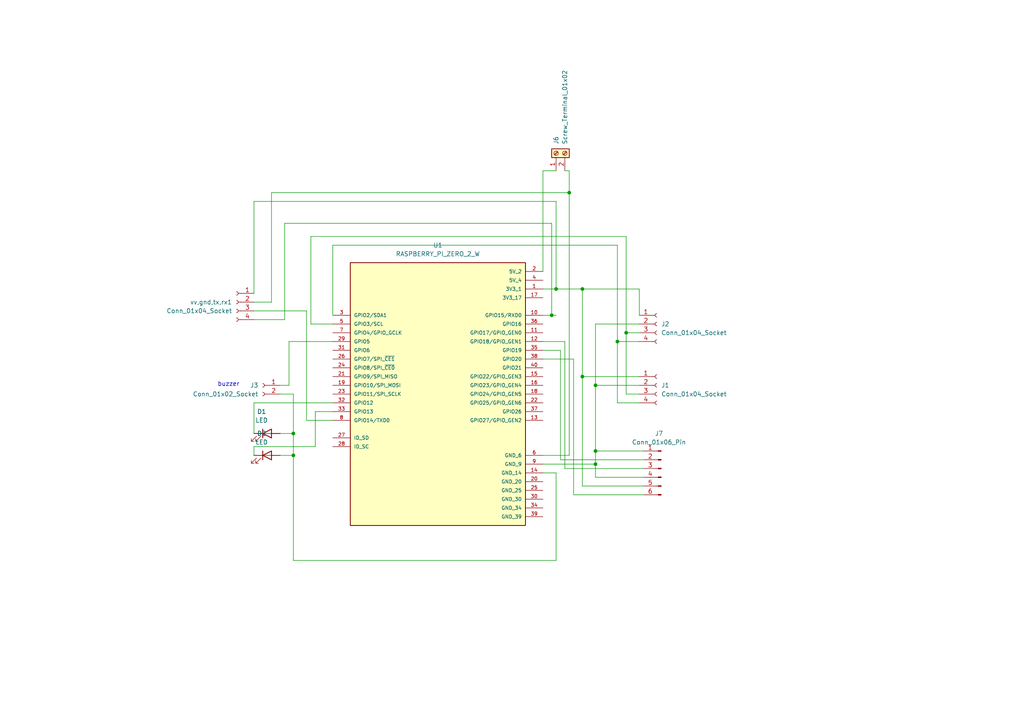
<source format=kicad_sch>
(kicad_sch
	(version 20250114)
	(generator "eeschema")
	(generator_version "9.0")
	(uuid "70a0ea25-c4c7-4ca3-a899-6625b607c0f3")
	(paper "A4")
	(lib_symbols
		(symbol "Connector:Conn_01x02_Socket"
			(pin_names
				(offset 1.016)
				(hide yes)
			)
			(exclude_from_sim no)
			(in_bom yes)
			(on_board yes)
			(property "Reference" "J"
				(at 0 2.54 0)
				(effects
					(font
						(size 1.27 1.27)
					)
				)
			)
			(property "Value" "Conn_01x02_Socket"
				(at 0 -5.08 0)
				(effects
					(font
						(size 1.27 1.27)
					)
				)
			)
			(property "Footprint" ""
				(at 0 0 0)
				(effects
					(font
						(size 1.27 1.27)
					)
					(hide yes)
				)
			)
			(property "Datasheet" "~"
				(at 0 0 0)
				(effects
					(font
						(size 1.27 1.27)
					)
					(hide yes)
				)
			)
			(property "Description" "Generic connector, single row, 01x02, script generated"
				(at 0 0 0)
				(effects
					(font
						(size 1.27 1.27)
					)
					(hide yes)
				)
			)
			(property "ki_locked" ""
				(at 0 0 0)
				(effects
					(font
						(size 1.27 1.27)
					)
				)
			)
			(property "ki_keywords" "connector"
				(at 0 0 0)
				(effects
					(font
						(size 1.27 1.27)
					)
					(hide yes)
				)
			)
			(property "ki_fp_filters" "Connector*:*_1x??_*"
				(at 0 0 0)
				(effects
					(font
						(size 1.27 1.27)
					)
					(hide yes)
				)
			)
			(symbol "Conn_01x02_Socket_1_1"
				(polyline
					(pts
						(xy -1.27 0) (xy -0.508 0)
					)
					(stroke
						(width 0.1524)
						(type default)
					)
					(fill
						(type none)
					)
				)
				(polyline
					(pts
						(xy -1.27 -2.54) (xy -0.508 -2.54)
					)
					(stroke
						(width 0.1524)
						(type default)
					)
					(fill
						(type none)
					)
				)
				(arc
					(start 0 -0.508)
					(mid -0.5058 0)
					(end 0 0.508)
					(stroke
						(width 0.1524)
						(type default)
					)
					(fill
						(type none)
					)
				)
				(arc
					(start 0 -3.048)
					(mid -0.5058 -2.54)
					(end 0 -2.032)
					(stroke
						(width 0.1524)
						(type default)
					)
					(fill
						(type none)
					)
				)
				(pin passive line
					(at -5.08 0 0)
					(length 3.81)
					(name "Pin_1"
						(effects
							(font
								(size 1.27 1.27)
							)
						)
					)
					(number "1"
						(effects
							(font
								(size 1.27 1.27)
							)
						)
					)
				)
				(pin passive line
					(at -5.08 -2.54 0)
					(length 3.81)
					(name "Pin_2"
						(effects
							(font
								(size 1.27 1.27)
							)
						)
					)
					(number "2"
						(effects
							(font
								(size 1.27 1.27)
							)
						)
					)
				)
			)
			(embedded_fonts no)
		)
		(symbol "Connector:Conn_01x04_Socket"
			(pin_names
				(offset 1.016)
				(hide yes)
			)
			(exclude_from_sim no)
			(in_bom yes)
			(on_board yes)
			(property "Reference" "J"
				(at 0 5.08 0)
				(effects
					(font
						(size 1.27 1.27)
					)
				)
			)
			(property "Value" "Conn_01x04_Socket"
				(at 0 -7.62 0)
				(effects
					(font
						(size 1.27 1.27)
					)
				)
			)
			(property "Footprint" ""
				(at 0 0 0)
				(effects
					(font
						(size 1.27 1.27)
					)
					(hide yes)
				)
			)
			(property "Datasheet" "~"
				(at 0 0 0)
				(effects
					(font
						(size 1.27 1.27)
					)
					(hide yes)
				)
			)
			(property "Description" "Generic connector, single row, 01x04, script generated"
				(at 0 0 0)
				(effects
					(font
						(size 1.27 1.27)
					)
					(hide yes)
				)
			)
			(property "ki_locked" ""
				(at 0 0 0)
				(effects
					(font
						(size 1.27 1.27)
					)
				)
			)
			(property "ki_keywords" "connector"
				(at 0 0 0)
				(effects
					(font
						(size 1.27 1.27)
					)
					(hide yes)
				)
			)
			(property "ki_fp_filters" "Connector*:*_1x??_*"
				(at 0 0 0)
				(effects
					(font
						(size 1.27 1.27)
					)
					(hide yes)
				)
			)
			(symbol "Conn_01x04_Socket_1_1"
				(polyline
					(pts
						(xy -1.27 2.54) (xy -0.508 2.54)
					)
					(stroke
						(width 0.1524)
						(type default)
					)
					(fill
						(type none)
					)
				)
				(polyline
					(pts
						(xy -1.27 0) (xy -0.508 0)
					)
					(stroke
						(width 0.1524)
						(type default)
					)
					(fill
						(type none)
					)
				)
				(polyline
					(pts
						(xy -1.27 -2.54) (xy -0.508 -2.54)
					)
					(stroke
						(width 0.1524)
						(type default)
					)
					(fill
						(type none)
					)
				)
				(polyline
					(pts
						(xy -1.27 -5.08) (xy -0.508 -5.08)
					)
					(stroke
						(width 0.1524)
						(type default)
					)
					(fill
						(type none)
					)
				)
				(arc
					(start 0 2.032)
					(mid -0.5058 2.54)
					(end 0 3.048)
					(stroke
						(width 0.1524)
						(type default)
					)
					(fill
						(type none)
					)
				)
				(arc
					(start 0 -0.508)
					(mid -0.5058 0)
					(end 0 0.508)
					(stroke
						(width 0.1524)
						(type default)
					)
					(fill
						(type none)
					)
				)
				(arc
					(start 0 -3.048)
					(mid -0.5058 -2.54)
					(end 0 -2.032)
					(stroke
						(width 0.1524)
						(type default)
					)
					(fill
						(type none)
					)
				)
				(arc
					(start 0 -5.588)
					(mid -0.5058 -5.08)
					(end 0 -4.572)
					(stroke
						(width 0.1524)
						(type default)
					)
					(fill
						(type none)
					)
				)
				(pin passive line
					(at -5.08 2.54 0)
					(length 3.81)
					(name "Pin_1"
						(effects
							(font
								(size 1.27 1.27)
							)
						)
					)
					(number "1"
						(effects
							(font
								(size 1.27 1.27)
							)
						)
					)
				)
				(pin passive line
					(at -5.08 0 0)
					(length 3.81)
					(name "Pin_2"
						(effects
							(font
								(size 1.27 1.27)
							)
						)
					)
					(number "2"
						(effects
							(font
								(size 1.27 1.27)
							)
						)
					)
				)
				(pin passive line
					(at -5.08 -2.54 0)
					(length 3.81)
					(name "Pin_3"
						(effects
							(font
								(size 1.27 1.27)
							)
						)
					)
					(number "3"
						(effects
							(font
								(size 1.27 1.27)
							)
						)
					)
				)
				(pin passive line
					(at -5.08 -5.08 0)
					(length 3.81)
					(name "Pin_4"
						(effects
							(font
								(size 1.27 1.27)
							)
						)
					)
					(number "4"
						(effects
							(font
								(size 1.27 1.27)
							)
						)
					)
				)
			)
			(embedded_fonts no)
		)
		(symbol "Connector:Conn_01x06_Pin"
			(pin_names
				(offset 1.016)
				(hide yes)
			)
			(exclude_from_sim no)
			(in_bom yes)
			(on_board yes)
			(property "Reference" "J"
				(at 0 7.62 0)
				(effects
					(font
						(size 1.27 1.27)
					)
				)
			)
			(property "Value" "Conn_01x06_Pin"
				(at 0 -10.16 0)
				(effects
					(font
						(size 1.27 1.27)
					)
				)
			)
			(property "Footprint" ""
				(at 0 0 0)
				(effects
					(font
						(size 1.27 1.27)
					)
					(hide yes)
				)
			)
			(property "Datasheet" "~"
				(at 0 0 0)
				(effects
					(font
						(size 1.27 1.27)
					)
					(hide yes)
				)
			)
			(property "Description" "Generic connector, single row, 01x06, script generated"
				(at 0 0 0)
				(effects
					(font
						(size 1.27 1.27)
					)
					(hide yes)
				)
			)
			(property "ki_locked" ""
				(at 0 0 0)
				(effects
					(font
						(size 1.27 1.27)
					)
				)
			)
			(property "ki_keywords" "connector"
				(at 0 0 0)
				(effects
					(font
						(size 1.27 1.27)
					)
					(hide yes)
				)
			)
			(property "ki_fp_filters" "Connector*:*_1x??_*"
				(at 0 0 0)
				(effects
					(font
						(size 1.27 1.27)
					)
					(hide yes)
				)
			)
			(symbol "Conn_01x06_Pin_1_1"
				(rectangle
					(start 0.8636 5.207)
					(end 0 4.953)
					(stroke
						(width 0.1524)
						(type default)
					)
					(fill
						(type outline)
					)
				)
				(rectangle
					(start 0.8636 2.667)
					(end 0 2.413)
					(stroke
						(width 0.1524)
						(type default)
					)
					(fill
						(type outline)
					)
				)
				(rectangle
					(start 0.8636 0.127)
					(end 0 -0.127)
					(stroke
						(width 0.1524)
						(type default)
					)
					(fill
						(type outline)
					)
				)
				(rectangle
					(start 0.8636 -2.413)
					(end 0 -2.667)
					(stroke
						(width 0.1524)
						(type default)
					)
					(fill
						(type outline)
					)
				)
				(rectangle
					(start 0.8636 -4.953)
					(end 0 -5.207)
					(stroke
						(width 0.1524)
						(type default)
					)
					(fill
						(type outline)
					)
				)
				(rectangle
					(start 0.8636 -7.493)
					(end 0 -7.747)
					(stroke
						(width 0.1524)
						(type default)
					)
					(fill
						(type outline)
					)
				)
				(polyline
					(pts
						(xy 1.27 5.08) (xy 0.8636 5.08)
					)
					(stroke
						(width 0.1524)
						(type default)
					)
					(fill
						(type none)
					)
				)
				(polyline
					(pts
						(xy 1.27 2.54) (xy 0.8636 2.54)
					)
					(stroke
						(width 0.1524)
						(type default)
					)
					(fill
						(type none)
					)
				)
				(polyline
					(pts
						(xy 1.27 0) (xy 0.8636 0)
					)
					(stroke
						(width 0.1524)
						(type default)
					)
					(fill
						(type none)
					)
				)
				(polyline
					(pts
						(xy 1.27 -2.54) (xy 0.8636 -2.54)
					)
					(stroke
						(width 0.1524)
						(type default)
					)
					(fill
						(type none)
					)
				)
				(polyline
					(pts
						(xy 1.27 -5.08) (xy 0.8636 -5.08)
					)
					(stroke
						(width 0.1524)
						(type default)
					)
					(fill
						(type none)
					)
				)
				(polyline
					(pts
						(xy 1.27 -7.62) (xy 0.8636 -7.62)
					)
					(stroke
						(width 0.1524)
						(type default)
					)
					(fill
						(type none)
					)
				)
				(pin passive line
					(at 5.08 5.08 180)
					(length 3.81)
					(name "Pin_1"
						(effects
							(font
								(size 1.27 1.27)
							)
						)
					)
					(number "1"
						(effects
							(font
								(size 1.27 1.27)
							)
						)
					)
				)
				(pin passive line
					(at 5.08 2.54 180)
					(length 3.81)
					(name "Pin_2"
						(effects
							(font
								(size 1.27 1.27)
							)
						)
					)
					(number "2"
						(effects
							(font
								(size 1.27 1.27)
							)
						)
					)
				)
				(pin passive line
					(at 5.08 0 180)
					(length 3.81)
					(name "Pin_3"
						(effects
							(font
								(size 1.27 1.27)
							)
						)
					)
					(number "3"
						(effects
							(font
								(size 1.27 1.27)
							)
						)
					)
				)
				(pin passive line
					(at 5.08 -2.54 180)
					(length 3.81)
					(name "Pin_4"
						(effects
							(font
								(size 1.27 1.27)
							)
						)
					)
					(number "4"
						(effects
							(font
								(size 1.27 1.27)
							)
						)
					)
				)
				(pin passive line
					(at 5.08 -5.08 180)
					(length 3.81)
					(name "Pin_5"
						(effects
							(font
								(size 1.27 1.27)
							)
						)
					)
					(number "5"
						(effects
							(font
								(size 1.27 1.27)
							)
						)
					)
				)
				(pin passive line
					(at 5.08 -7.62 180)
					(length 3.81)
					(name "Pin_6"
						(effects
							(font
								(size 1.27 1.27)
							)
						)
					)
					(number "6"
						(effects
							(font
								(size 1.27 1.27)
							)
						)
					)
				)
			)
			(embedded_fonts no)
		)
		(symbol "Connector:Screw_Terminal_01x02"
			(pin_names
				(offset 1.016)
				(hide yes)
			)
			(exclude_from_sim no)
			(in_bom yes)
			(on_board yes)
			(property "Reference" "J"
				(at 0 2.54 0)
				(effects
					(font
						(size 1.27 1.27)
					)
				)
			)
			(property "Value" "Screw_Terminal_01x02"
				(at 0 -5.08 0)
				(effects
					(font
						(size 1.27 1.27)
					)
				)
			)
			(property "Footprint" ""
				(at 0 0 0)
				(effects
					(font
						(size 1.27 1.27)
					)
					(hide yes)
				)
			)
			(property "Datasheet" "~"
				(at 0 0 0)
				(effects
					(font
						(size 1.27 1.27)
					)
					(hide yes)
				)
			)
			(property "Description" "Generic screw terminal, single row, 01x02, script generated (kicad-library-utils/schlib/autogen/connector/)"
				(at 0 0 0)
				(effects
					(font
						(size 1.27 1.27)
					)
					(hide yes)
				)
			)
			(property "ki_keywords" "screw terminal"
				(at 0 0 0)
				(effects
					(font
						(size 1.27 1.27)
					)
					(hide yes)
				)
			)
			(property "ki_fp_filters" "TerminalBlock*:*"
				(at 0 0 0)
				(effects
					(font
						(size 1.27 1.27)
					)
					(hide yes)
				)
			)
			(symbol "Screw_Terminal_01x02_1_1"
				(rectangle
					(start -1.27 1.27)
					(end 1.27 -3.81)
					(stroke
						(width 0.254)
						(type default)
					)
					(fill
						(type background)
					)
				)
				(polyline
					(pts
						(xy -0.5334 0.3302) (xy 0.3302 -0.508)
					)
					(stroke
						(width 0.1524)
						(type default)
					)
					(fill
						(type none)
					)
				)
				(polyline
					(pts
						(xy -0.5334 -2.2098) (xy 0.3302 -3.048)
					)
					(stroke
						(width 0.1524)
						(type default)
					)
					(fill
						(type none)
					)
				)
				(polyline
					(pts
						(xy -0.3556 0.508) (xy 0.508 -0.3302)
					)
					(stroke
						(width 0.1524)
						(type default)
					)
					(fill
						(type none)
					)
				)
				(polyline
					(pts
						(xy -0.3556 -2.032) (xy 0.508 -2.8702)
					)
					(stroke
						(width 0.1524)
						(type default)
					)
					(fill
						(type none)
					)
				)
				(circle
					(center 0 0)
					(radius 0.635)
					(stroke
						(width 0.1524)
						(type default)
					)
					(fill
						(type none)
					)
				)
				(circle
					(center 0 -2.54)
					(radius 0.635)
					(stroke
						(width 0.1524)
						(type default)
					)
					(fill
						(type none)
					)
				)
				(pin passive line
					(at -5.08 0 0)
					(length 3.81)
					(name "Pin_1"
						(effects
							(font
								(size 1.27 1.27)
							)
						)
					)
					(number "1"
						(effects
							(font
								(size 1.27 1.27)
							)
						)
					)
				)
				(pin passive line
					(at -5.08 -2.54 0)
					(length 3.81)
					(name "Pin_2"
						(effects
							(font
								(size 1.27 1.27)
							)
						)
					)
					(number "2"
						(effects
							(font
								(size 1.27 1.27)
							)
						)
					)
				)
			)
			(embedded_fonts no)
		)
		(symbol "Device:LED"
			(pin_numbers
				(hide yes)
			)
			(pin_names
				(offset 1.016)
				(hide yes)
			)
			(exclude_from_sim no)
			(in_bom yes)
			(on_board yes)
			(property "Reference" "D"
				(at 0 2.54 0)
				(effects
					(font
						(size 1.27 1.27)
					)
				)
			)
			(property "Value" "LED"
				(at 0 -2.54 0)
				(effects
					(font
						(size 1.27 1.27)
					)
				)
			)
			(property "Footprint" ""
				(at 0 0 0)
				(effects
					(font
						(size 1.27 1.27)
					)
					(hide yes)
				)
			)
			(property "Datasheet" "~"
				(at 0 0 0)
				(effects
					(font
						(size 1.27 1.27)
					)
					(hide yes)
				)
			)
			(property "Description" "Light emitting diode"
				(at 0 0 0)
				(effects
					(font
						(size 1.27 1.27)
					)
					(hide yes)
				)
			)
			(property "Sim.Pins" "1=K 2=A"
				(at 0 0 0)
				(effects
					(font
						(size 1.27 1.27)
					)
					(hide yes)
				)
			)
			(property "ki_keywords" "LED diode"
				(at 0 0 0)
				(effects
					(font
						(size 1.27 1.27)
					)
					(hide yes)
				)
			)
			(property "ki_fp_filters" "LED* LED_SMD:* LED_THT:*"
				(at 0 0 0)
				(effects
					(font
						(size 1.27 1.27)
					)
					(hide yes)
				)
			)
			(symbol "LED_0_1"
				(polyline
					(pts
						(xy -3.048 -0.762) (xy -4.572 -2.286) (xy -3.81 -2.286) (xy -4.572 -2.286) (xy -4.572 -1.524)
					)
					(stroke
						(width 0)
						(type default)
					)
					(fill
						(type none)
					)
				)
				(polyline
					(pts
						(xy -1.778 -0.762) (xy -3.302 -2.286) (xy -2.54 -2.286) (xy -3.302 -2.286) (xy -3.302 -1.524)
					)
					(stroke
						(width 0)
						(type default)
					)
					(fill
						(type none)
					)
				)
				(polyline
					(pts
						(xy -1.27 0) (xy 1.27 0)
					)
					(stroke
						(width 0)
						(type default)
					)
					(fill
						(type none)
					)
				)
				(polyline
					(pts
						(xy -1.27 -1.27) (xy -1.27 1.27)
					)
					(stroke
						(width 0.254)
						(type default)
					)
					(fill
						(type none)
					)
				)
				(polyline
					(pts
						(xy 1.27 -1.27) (xy 1.27 1.27) (xy -1.27 0) (xy 1.27 -1.27)
					)
					(stroke
						(width 0.254)
						(type default)
					)
					(fill
						(type none)
					)
				)
			)
			(symbol "LED_1_1"
				(pin passive line
					(at -3.81 0 0)
					(length 2.54)
					(name "K"
						(effects
							(font
								(size 1.27 1.27)
							)
						)
					)
					(number "1"
						(effects
							(font
								(size 1.27 1.27)
							)
						)
					)
				)
				(pin passive line
					(at 3.81 0 180)
					(length 2.54)
					(name "A"
						(effects
							(font
								(size 1.27 1.27)
							)
						)
					)
					(number "2"
						(effects
							(font
								(size 1.27 1.27)
							)
						)
					)
				)
			)
			(embedded_fonts no)
		)
		(symbol "RASPBERRY_PI_ZERO_2_W:RASPBERRY_PI_ZERO_2_W"
			(pin_names
				(offset 1.016)
			)
			(exclude_from_sim no)
			(in_bom yes)
			(on_board yes)
			(property "Reference" "U"
				(at -25.42 39.3962 0)
				(effects
					(font
						(size 1.27 1.27)
					)
					(justify left bottom)
				)
			)
			(property "Value" "RASPBERRY_PI_ZERO_2_W"
				(at -25.4191 -40.6687 0)
				(effects
					(font
						(size 1.27 1.27)
					)
					(justify left bottom)
				)
			)
			(property "Footprint" "RASPBERRY_PI_ZERO_2_W:MODULE_RASPBERRY_PI_ZERO_2_W"
				(at 0 0 0)
				(effects
					(font
						(size 1.27 1.27)
					)
					(justify bottom)
					(hide yes)
				)
			)
			(property "Datasheet" ""
				(at 0 0 0)
				(effects
					(font
						(size 1.27 1.27)
					)
					(hide yes)
				)
			)
			(property "Description" ""
				(at 0 0 0)
				(effects
					(font
						(size 1.27 1.27)
					)
					(hide yes)
				)
			)
			(property "MF" "Raspberry Pi"
				(at 0 0 0)
				(effects
					(font
						(size 1.27 1.27)
					)
					(justify bottom)
					(hide yes)
				)
			)
			(property "Description_1" "At the heart of Raspberry Pi Zero 2 W is RP3A0, a custom-built system-in-package designed by Raspberry Pi in the UK."
				(at 0 0 0)
				(effects
					(font
						(size 1.27 1.27)
					)
					(justify bottom)
					(hide yes)
				)
			)
			(property "Package" "None"
				(at 0 0 0)
				(effects
					(font
						(size 1.27 1.27)
					)
					(justify bottom)
					(hide yes)
				)
			)
			(property "Price" "None"
				(at 0 0 0)
				(effects
					(font
						(size 1.27 1.27)
					)
					(justify bottom)
					(hide yes)
				)
			)
			(property "Check_prices" "https://www.snapeda.com/parts/RASPBERRY%20PI%20ZERO%202%20W/Raspberry+Pi/view-part/?ref=eda"
				(at 0 0 0)
				(effects
					(font
						(size 1.27 1.27)
					)
					(justify bottom)
					(hide yes)
				)
			)
			(property "STANDARD" "Manufacturer Recommendations"
				(at 0 0 0)
				(effects
					(font
						(size 1.27 1.27)
					)
					(justify bottom)
					(hide yes)
				)
			)
			(property "PARTREV" "April 2024"
				(at 0 0 0)
				(effects
					(font
						(size 1.27 1.27)
					)
					(justify bottom)
					(hide yes)
				)
			)
			(property "SnapEDA_Link" "https://www.snapeda.com/parts/RASPBERRY%20PI%20ZERO%202%20W/Raspberry+Pi/view-part/?ref=snap"
				(at 0 0 0)
				(effects
					(font
						(size 1.27 1.27)
					)
					(justify bottom)
					(hide yes)
				)
			)
			(property "MP" "RASPBERRY PI ZERO 2 W"
				(at 0 0 0)
				(effects
					(font
						(size 1.27 1.27)
					)
					(justify bottom)
					(hide yes)
				)
			)
			(property "Availability" "In Stock"
				(at 0 0 0)
				(effects
					(font
						(size 1.27 1.27)
					)
					(justify bottom)
					(hide yes)
				)
			)
			(property "MANUFACTURER" "Raspberry Pi"
				(at 0 0 0)
				(effects
					(font
						(size 1.27 1.27)
					)
					(justify bottom)
					(hide yes)
				)
			)
			(symbol "RASPBERRY_PI_ZERO_2_W_0_0"
				(rectangle
					(start -25.4 -38.1)
					(end 25.4 38.1)
					(stroke
						(width 0.254)
						(type default)
					)
					(fill
						(type background)
					)
				)
				(pin bidirectional line
					(at -30.48 22.86 0)
					(length 5.08)
					(name "GPIO2/SDA1"
						(effects
							(font
								(size 1.016 1.016)
							)
						)
					)
					(number "3"
						(effects
							(font
								(size 1.016 1.016)
							)
						)
					)
				)
				(pin bidirectional line
					(at -30.48 20.32 0)
					(length 5.08)
					(name "GPIO3/SCL"
						(effects
							(font
								(size 1.016 1.016)
							)
						)
					)
					(number "5"
						(effects
							(font
								(size 1.016 1.016)
							)
						)
					)
				)
				(pin bidirectional line
					(at -30.48 17.78 0)
					(length 5.08)
					(name "GPIO4/GPIO_GCLK"
						(effects
							(font
								(size 1.016 1.016)
							)
						)
					)
					(number "7"
						(effects
							(font
								(size 1.016 1.016)
							)
						)
					)
				)
				(pin bidirectional line
					(at -30.48 15.24 0)
					(length 5.08)
					(name "GPIO5"
						(effects
							(font
								(size 1.016 1.016)
							)
						)
					)
					(number "29"
						(effects
							(font
								(size 1.016 1.016)
							)
						)
					)
				)
				(pin bidirectional line
					(at -30.48 12.7 0)
					(length 5.08)
					(name "GPIO6"
						(effects
							(font
								(size 1.016 1.016)
							)
						)
					)
					(number "31"
						(effects
							(font
								(size 1.016 1.016)
							)
						)
					)
				)
				(pin bidirectional line
					(at -30.48 10.16 0)
					(length 5.08)
					(name "GPIO7/SPI_~{CE1}"
						(effects
							(font
								(size 1.016 1.016)
							)
						)
					)
					(number "26"
						(effects
							(font
								(size 1.016 1.016)
							)
						)
					)
				)
				(pin bidirectional line
					(at -30.48 7.62 0)
					(length 5.08)
					(name "GPIO8/SPI_~{CE0}"
						(effects
							(font
								(size 1.016 1.016)
							)
						)
					)
					(number "24"
						(effects
							(font
								(size 1.016 1.016)
							)
						)
					)
				)
				(pin bidirectional line
					(at -30.48 5.08 0)
					(length 5.08)
					(name "GPIO9/SPI_MISO"
						(effects
							(font
								(size 1.016 1.016)
							)
						)
					)
					(number "21"
						(effects
							(font
								(size 1.016 1.016)
							)
						)
					)
				)
				(pin bidirectional line
					(at -30.48 2.54 0)
					(length 5.08)
					(name "GPIO10/SPI_MOSI"
						(effects
							(font
								(size 1.016 1.016)
							)
						)
					)
					(number "19"
						(effects
							(font
								(size 1.016 1.016)
							)
						)
					)
				)
				(pin bidirectional line
					(at -30.48 0 0)
					(length 5.08)
					(name "GPIO11/SPI_SCLK"
						(effects
							(font
								(size 1.016 1.016)
							)
						)
					)
					(number "23"
						(effects
							(font
								(size 1.016 1.016)
							)
						)
					)
				)
				(pin bidirectional line
					(at -30.48 -2.54 0)
					(length 5.08)
					(name "GPIO12"
						(effects
							(font
								(size 1.016 1.016)
							)
						)
					)
					(number "32"
						(effects
							(font
								(size 1.016 1.016)
							)
						)
					)
				)
				(pin bidirectional line
					(at -30.48 -5.08 0)
					(length 5.08)
					(name "GPIO13"
						(effects
							(font
								(size 1.016 1.016)
							)
						)
					)
					(number "33"
						(effects
							(font
								(size 1.016 1.016)
							)
						)
					)
				)
				(pin bidirectional line
					(at -30.48 -7.62 0)
					(length 5.08)
					(name "GPIO14/TXD0"
						(effects
							(font
								(size 1.016 1.016)
							)
						)
					)
					(number "8"
						(effects
							(font
								(size 1.016 1.016)
							)
						)
					)
				)
				(pin bidirectional line
					(at -30.48 -12.7 0)
					(length 5.08)
					(name "ID_SD"
						(effects
							(font
								(size 1.016 1.016)
							)
						)
					)
					(number "27"
						(effects
							(font
								(size 1.016 1.016)
							)
						)
					)
				)
				(pin bidirectional line
					(at -30.48 -15.24 0)
					(length 5.08)
					(name "ID_SC"
						(effects
							(font
								(size 1.016 1.016)
							)
						)
					)
					(number "28"
						(effects
							(font
								(size 1.016 1.016)
							)
						)
					)
				)
				(pin power_in line
					(at 30.48 35.56 180)
					(length 5.08)
					(name "5V_2"
						(effects
							(font
								(size 1.016 1.016)
							)
						)
					)
					(number "2"
						(effects
							(font
								(size 1.016 1.016)
							)
						)
					)
				)
				(pin power_in line
					(at 30.48 33.02 180)
					(length 5.08)
					(name "5V_4"
						(effects
							(font
								(size 1.016 1.016)
							)
						)
					)
					(number "4"
						(effects
							(font
								(size 1.016 1.016)
							)
						)
					)
				)
				(pin power_in line
					(at 30.48 30.48 180)
					(length 5.08)
					(name "3V3_1"
						(effects
							(font
								(size 1.016 1.016)
							)
						)
					)
					(number "1"
						(effects
							(font
								(size 1.016 1.016)
							)
						)
					)
				)
				(pin power_in line
					(at 30.48 27.94 180)
					(length 5.08)
					(name "3V3_17"
						(effects
							(font
								(size 1.016 1.016)
							)
						)
					)
					(number "17"
						(effects
							(font
								(size 1.016 1.016)
							)
						)
					)
				)
				(pin bidirectional line
					(at 30.48 22.86 180)
					(length 5.08)
					(name "GPIO15/RXD0"
						(effects
							(font
								(size 1.016 1.016)
							)
						)
					)
					(number "10"
						(effects
							(font
								(size 1.016 1.016)
							)
						)
					)
				)
				(pin bidirectional line
					(at 30.48 20.32 180)
					(length 5.08)
					(name "GPIO16"
						(effects
							(font
								(size 1.016 1.016)
							)
						)
					)
					(number "36"
						(effects
							(font
								(size 1.016 1.016)
							)
						)
					)
				)
				(pin bidirectional line
					(at 30.48 17.78 180)
					(length 5.08)
					(name "GPIO17/GPIO_GEN0"
						(effects
							(font
								(size 1.016 1.016)
							)
						)
					)
					(number "11"
						(effects
							(font
								(size 1.016 1.016)
							)
						)
					)
				)
				(pin bidirectional line
					(at 30.48 15.24 180)
					(length 5.08)
					(name "GPIO18/GPIO_GEN1"
						(effects
							(font
								(size 1.016 1.016)
							)
						)
					)
					(number "12"
						(effects
							(font
								(size 1.016 1.016)
							)
						)
					)
				)
				(pin bidirectional line
					(at 30.48 12.7 180)
					(length 5.08)
					(name "GPIO19"
						(effects
							(font
								(size 1.016 1.016)
							)
						)
					)
					(number "35"
						(effects
							(font
								(size 1.016 1.016)
							)
						)
					)
				)
				(pin bidirectional line
					(at 30.48 10.16 180)
					(length 5.08)
					(name "GPIO20"
						(effects
							(font
								(size 1.016 1.016)
							)
						)
					)
					(number "38"
						(effects
							(font
								(size 1.016 1.016)
							)
						)
					)
				)
				(pin bidirectional line
					(at 30.48 7.62 180)
					(length 5.08)
					(name "GPIO21"
						(effects
							(font
								(size 1.016 1.016)
							)
						)
					)
					(number "40"
						(effects
							(font
								(size 1.016 1.016)
							)
						)
					)
				)
				(pin bidirectional line
					(at 30.48 5.08 180)
					(length 5.08)
					(name "GPIO22/GPIO_GEN3"
						(effects
							(font
								(size 1.016 1.016)
							)
						)
					)
					(number "15"
						(effects
							(font
								(size 1.016 1.016)
							)
						)
					)
				)
				(pin bidirectional line
					(at 30.48 2.54 180)
					(length 5.08)
					(name "GPIO23/GPIO_GEN4"
						(effects
							(font
								(size 1.016 1.016)
							)
						)
					)
					(number "16"
						(effects
							(font
								(size 1.016 1.016)
							)
						)
					)
				)
				(pin bidirectional line
					(at 30.48 0 180)
					(length 5.08)
					(name "GPIO24/GPIO_GEN5"
						(effects
							(font
								(size 1.016 1.016)
							)
						)
					)
					(number "18"
						(effects
							(font
								(size 1.016 1.016)
							)
						)
					)
				)
				(pin bidirectional line
					(at 30.48 -2.54 180)
					(length 5.08)
					(name "GPIO25/GPIO_GEN6"
						(effects
							(font
								(size 1.016 1.016)
							)
						)
					)
					(number "22"
						(effects
							(font
								(size 1.016 1.016)
							)
						)
					)
				)
				(pin bidirectional line
					(at 30.48 -5.08 180)
					(length 5.08)
					(name "GPIO26"
						(effects
							(font
								(size 1.016 1.016)
							)
						)
					)
					(number "37"
						(effects
							(font
								(size 1.016 1.016)
							)
						)
					)
				)
				(pin bidirectional line
					(at 30.48 -7.62 180)
					(length 5.08)
					(name "GPIO27/GPIO_GEN2"
						(effects
							(font
								(size 1.016 1.016)
							)
						)
					)
					(number "13"
						(effects
							(font
								(size 1.016 1.016)
							)
						)
					)
				)
				(pin power_in line
					(at 30.48 -17.78 180)
					(length 5.08)
					(name "GND_6"
						(effects
							(font
								(size 1.016 1.016)
							)
						)
					)
					(number "6"
						(effects
							(font
								(size 1.016 1.016)
							)
						)
					)
				)
				(pin power_in line
					(at 30.48 -20.32 180)
					(length 5.08)
					(name "GND_9"
						(effects
							(font
								(size 1.016 1.016)
							)
						)
					)
					(number "9"
						(effects
							(font
								(size 1.016 1.016)
							)
						)
					)
				)
				(pin power_in line
					(at 30.48 -22.86 180)
					(length 5.08)
					(name "GND_14"
						(effects
							(font
								(size 1.016 1.016)
							)
						)
					)
					(number "14"
						(effects
							(font
								(size 1.016 1.016)
							)
						)
					)
				)
				(pin power_in line
					(at 30.48 -25.4 180)
					(length 5.08)
					(name "GND_20"
						(effects
							(font
								(size 1.016 1.016)
							)
						)
					)
					(number "20"
						(effects
							(font
								(size 1.016 1.016)
							)
						)
					)
				)
				(pin power_in line
					(at 30.48 -27.94 180)
					(length 5.08)
					(name "GND_25"
						(effects
							(font
								(size 1.016 1.016)
							)
						)
					)
					(number "25"
						(effects
							(font
								(size 1.016 1.016)
							)
						)
					)
				)
				(pin power_in line
					(at 30.48 -30.48 180)
					(length 5.08)
					(name "GND_30"
						(effects
							(font
								(size 1.016 1.016)
							)
						)
					)
					(number "30"
						(effects
							(font
								(size 1.016 1.016)
							)
						)
					)
				)
				(pin power_in line
					(at 30.48 -33.02 180)
					(length 5.08)
					(name "GND_34"
						(effects
							(font
								(size 1.016 1.016)
							)
						)
					)
					(number "34"
						(effects
							(font
								(size 1.016 1.016)
							)
						)
					)
				)
				(pin power_in line
					(at 30.48 -35.56 180)
					(length 5.08)
					(name "GND_39"
						(effects
							(font
								(size 1.016 1.016)
							)
						)
					)
					(number "39"
						(effects
							(font
								(size 1.016 1.016)
							)
						)
					)
				)
			)
			(embedded_fonts no)
		)
	)
	(text "buzzer"
		(exclude_from_sim no)
		(at 66.294 111.506 0)
		(effects
			(font
				(size 1.27 1.27)
			)
		)
		(uuid "92d20c57-0b4f-42d4-ad43-dc90146b0f96")
	)
	(junction
		(at 85.09 125.73)
		(diameter 0)
		(color 0 0 0 0)
		(uuid "12f68eac-ab64-4750-bc4e-cc1bb098cb5f")
	)
	(junction
		(at 181.61 96.52)
		(diameter 0)
		(color 0 0 0 0)
		(uuid "164774c8-754e-4d77-85c8-c5cf9ae5f8d2")
	)
	(junction
		(at 168.91 109.22)
		(diameter 0)
		(color 0 0 0 0)
		(uuid "28b5eda9-a8f3-4605-a730-4f144a0ed853")
	)
	(junction
		(at 172.72 134.62)
		(diameter 0)
		(color 0 0 0 0)
		(uuid "29777200-6a85-44d8-9b6d-26a400ade164")
	)
	(junction
		(at 161.29 83.82)
		(diameter 0)
		(color 0 0 0 0)
		(uuid "36a176f0-0fce-4b48-bd61-d7db04b5f33f")
	)
	(junction
		(at 160.02 91.44)
		(diameter 0)
		(color 0 0 0 0)
		(uuid "47bc5cb1-64e6-4b10-83d5-712fe173e450")
	)
	(junction
		(at 168.91 83.82)
		(diameter 0)
		(color 0 0 0 0)
		(uuid "729a9067-dcac-4a84-afd1-7884af32836f")
	)
	(junction
		(at 172.72 130.81)
		(diameter 0)
		(color 0 0 0 0)
		(uuid "75ab7fc2-4a61-4432-b853-bbc519a68a42")
	)
	(junction
		(at 179.07 99.06)
		(diameter 0)
		(color 0 0 0 0)
		(uuid "7c0b8ff8-ef6e-47a9-9b06-eb221df71015")
	)
	(junction
		(at 172.72 111.76)
		(diameter 0)
		(color 0 0 0 0)
		(uuid "9be55b46-62bb-4736-ad32-09c8dc056ac2")
	)
	(junction
		(at 165.1 55.88)
		(diameter 0)
		(color 0 0 0 0)
		(uuid "9c3aa2ab-5987-4d2d-ba79-289127c97495")
	)
	(junction
		(at 85.09 132.08)
		(diameter 0)
		(color 0 0 0 0)
		(uuid "bb9e4050-bcd2-4223-80fd-ac95cebf5cce")
	)
	(wire
		(pts
			(xy 85.09 132.08) (xy 81.28 132.08)
		)
		(stroke
			(width 0)
			(type default)
		)
		(uuid "00ad7eaa-432f-4eb7-b499-9dc28d1e2be4")
	)
	(wire
		(pts
			(xy 165.1 49.53) (xy 165.1 55.88)
		)
		(stroke
			(width 0)
			(type default)
		)
		(uuid "01ca363d-619d-4858-8e9a-1032e7788941")
	)
	(wire
		(pts
			(xy 161.29 49.53) (xy 157.48 49.53)
		)
		(stroke
			(width 0)
			(type default)
		)
		(uuid "033b4238-4d70-45bb-b905-e8617bce26dd")
	)
	(wire
		(pts
			(xy 96.52 116.84) (xy 73.66 116.84)
		)
		(stroke
			(width 0)
			(type default)
		)
		(uuid "0357441b-721d-4d99-b7d8-0fe01e839ae9")
	)
	(wire
		(pts
			(xy 157.48 49.53) (xy 157.48 78.74)
		)
		(stroke
			(width 0)
			(type default)
		)
		(uuid "0484ad9b-b09d-43b3-9982-458955d34300")
	)
	(wire
		(pts
			(xy 73.66 116.84) (xy 73.66 125.73)
		)
		(stroke
			(width 0)
			(type default)
		)
		(uuid "06d75114-7ace-419c-b55f-a7bdc23fb1af")
	)
	(wire
		(pts
			(xy 96.52 91.44) (xy 96.52 71.12)
		)
		(stroke
			(width 0)
			(type default)
		)
		(uuid "0a86cd7c-ebe4-4ffd-a692-0289f2bb0ac1")
	)
	(wire
		(pts
			(xy 168.91 109.22) (xy 168.91 83.82)
		)
		(stroke
			(width 0)
			(type default)
		)
		(uuid "0aad4942-ed04-4b18-8940-3d286836abb9")
	)
	(wire
		(pts
			(xy 179.07 99.06) (xy 185.42 99.06)
		)
		(stroke
			(width 0)
			(type default)
		)
		(uuid "0f4679fb-d92d-49d2-a408-7a41be57c257")
	)
	(wire
		(pts
			(xy 185.42 116.84) (xy 179.07 116.84)
		)
		(stroke
			(width 0)
			(type default)
		)
		(uuid "0f4e64c1-e24e-43b0-97f6-88b5a885d000")
	)
	(wire
		(pts
			(xy 161.29 137.16) (xy 161.29 162.56)
		)
		(stroke
			(width 0)
			(type default)
		)
		(uuid "143dab0e-37fb-4854-a643-a4ff981fdf32")
	)
	(wire
		(pts
			(xy 185.42 83.82) (xy 185.42 91.44)
		)
		(stroke
			(width 0)
			(type default)
		)
		(uuid "1d298611-4153-4483-a58d-3ae800992f68")
	)
	(wire
		(pts
			(xy 81.28 111.76) (xy 83.82 111.76)
		)
		(stroke
			(width 0)
			(type default)
		)
		(uuid "1e2a85b4-b8ef-43f5-9518-18f7a8e5b100")
	)
	(wire
		(pts
			(xy 179.07 71.12) (xy 179.07 99.06)
		)
		(stroke
			(width 0)
			(type default)
		)
		(uuid "20409a11-086f-4832-8169-b95536716521")
	)
	(wire
		(pts
			(xy 88.9 121.92) (xy 96.52 121.92)
		)
		(stroke
			(width 0)
			(type default)
		)
		(uuid "2394dc5d-72dd-413a-b5f9-7b290e73ec0e")
	)
	(wire
		(pts
			(xy 172.72 93.98) (xy 185.42 93.98)
		)
		(stroke
			(width 0)
			(type default)
		)
		(uuid "24217f82-e3dc-41ab-a1a4-05fea2b5bd19")
	)
	(wire
		(pts
			(xy 186.69 138.43) (xy 172.72 138.43)
		)
		(stroke
			(width 0)
			(type default)
		)
		(uuid "2663ff45-42ac-49fa-b943-a8f69796047c")
	)
	(wire
		(pts
			(xy 160.02 91.44) (xy 161.29 91.44)
		)
		(stroke
			(width 0)
			(type default)
		)
		(uuid "3a429cd3-06f7-4394-bfdd-165dcf2ae1c2")
	)
	(wire
		(pts
			(xy 85.09 125.73) (xy 85.09 132.08)
		)
		(stroke
			(width 0)
			(type default)
		)
		(uuid "3b4a5e14-8f9f-424e-acd7-99965694e2e7")
	)
	(wire
		(pts
			(xy 186.69 133.35) (xy 162.56 133.35)
		)
		(stroke
			(width 0)
			(type default)
		)
		(uuid "3df05607-e50b-446c-808c-eb28f03a46c1")
	)
	(wire
		(pts
			(xy 165.1 55.88) (xy 165.1 132.08)
		)
		(stroke
			(width 0)
			(type default)
		)
		(uuid "3f91a3e1-5a85-44e6-b7a4-a52f4d10fdea")
	)
	(wire
		(pts
			(xy 88.9 90.17) (xy 88.9 121.92)
		)
		(stroke
			(width 0)
			(type default)
		)
		(uuid "405e6846-a399-42f2-babc-a23b767fe46c")
	)
	(wire
		(pts
			(xy 82.55 64.77) (xy 160.02 64.77)
		)
		(stroke
			(width 0)
			(type default)
		)
		(uuid "46cb6c84-b724-4cf8-8607-62999aaf5e03")
	)
	(wire
		(pts
			(xy 165.1 132.08) (xy 157.48 132.08)
		)
		(stroke
			(width 0)
			(type default)
		)
		(uuid "4774223f-1b6f-45c9-b5f1-290331bafc9a")
	)
	(wire
		(pts
			(xy 172.72 130.81) (xy 172.72 134.62)
		)
		(stroke
			(width 0)
			(type default)
		)
		(uuid "48410c3d-89c6-41ae-b38b-67a0eaeb85e0")
	)
	(wire
		(pts
			(xy 172.72 111.76) (xy 172.72 93.98)
		)
		(stroke
			(width 0)
			(type default)
		)
		(uuid "4dca4c90-1ac2-4794-89a6-19f31d691cf3")
	)
	(wire
		(pts
			(xy 85.09 162.56) (xy 85.09 132.08)
		)
		(stroke
			(width 0)
			(type default)
		)
		(uuid "51123c5c-8803-4b21-b33a-2f6b775bc70a")
	)
	(wire
		(pts
			(xy 172.72 130.81) (xy 186.69 130.81)
		)
		(stroke
			(width 0)
			(type default)
		)
		(uuid "53b758e6-3fab-4684-a9e3-d77d5406fe6b")
	)
	(wire
		(pts
			(xy 78.74 87.63) (xy 78.74 55.88)
		)
		(stroke
			(width 0)
			(type default)
		)
		(uuid "58f42151-c5e5-4edf-b424-19f03d3a0320")
	)
	(wire
		(pts
			(xy 181.61 114.3) (xy 181.61 96.52)
		)
		(stroke
			(width 0)
			(type default)
		)
		(uuid "5ceb0e0b-3d6b-4355-bf74-95c37195fc84")
	)
	(wire
		(pts
			(xy 181.61 96.52) (xy 185.42 96.52)
		)
		(stroke
			(width 0)
			(type default)
		)
		(uuid "5cfdb235-eeb5-4ff5-8efd-2dd9becca02c")
	)
	(wire
		(pts
			(xy 172.72 134.62) (xy 172.72 138.43)
		)
		(stroke
			(width 0)
			(type default)
		)
		(uuid "600003b5-f8bd-4003-aa0d-0c76d1151b1e")
	)
	(wire
		(pts
			(xy 83.82 111.76) (xy 83.82 99.06)
		)
		(stroke
			(width 0)
			(type default)
		)
		(uuid "62bfd931-b011-4a60-bf64-19561cc6a7e0")
	)
	(wire
		(pts
			(xy 73.66 92.71) (xy 82.55 92.71)
		)
		(stroke
			(width 0)
			(type default)
		)
		(uuid "67028ab3-3c28-48e8-968d-290681aa4e2e")
	)
	(wire
		(pts
			(xy 186.69 135.89) (xy 163.83 135.89)
		)
		(stroke
			(width 0)
			(type default)
		)
		(uuid "68b0dd5b-5769-4e5f-a757-b9eb4d069ecc")
	)
	(wire
		(pts
			(xy 172.72 130.81) (xy 172.72 111.76)
		)
		(stroke
			(width 0)
			(type default)
		)
		(uuid "6a3e5aa6-567f-4cd9-97e3-1d926aa3f21a")
	)
	(wire
		(pts
			(xy 161.29 83.82) (xy 168.91 83.82)
		)
		(stroke
			(width 0)
			(type default)
		)
		(uuid "6a40a7d7-1baa-4b84-9e0a-627e7003583e")
	)
	(wire
		(pts
			(xy 83.82 99.06) (xy 96.52 99.06)
		)
		(stroke
			(width 0)
			(type default)
		)
		(uuid "6f13aa9a-9f46-49b7-9284-121f6724261f")
	)
	(wire
		(pts
			(xy 168.91 140.97) (xy 168.91 109.22)
		)
		(stroke
			(width 0)
			(type default)
		)
		(uuid "7008c328-e257-4e59-805b-8e45e2fdf561")
	)
	(wire
		(pts
			(xy 185.42 114.3) (xy 181.61 114.3)
		)
		(stroke
			(width 0)
			(type default)
		)
		(uuid "7014edf7-3e4b-4829-9673-e7df79523b02")
	)
	(wire
		(pts
			(xy 160.02 64.77) (xy 160.02 91.44)
		)
		(stroke
			(width 0)
			(type default)
		)
		(uuid "726ac061-9ece-443c-8b76-a5e3f038697b")
	)
	(wire
		(pts
			(xy 96.52 93.98) (xy 90.17 93.98)
		)
		(stroke
			(width 0)
			(type default)
		)
		(uuid "76b0a8d7-40c0-40c0-b274-851791167326")
	)
	(wire
		(pts
			(xy 73.66 85.09) (xy 73.66 58.42)
		)
		(stroke
			(width 0)
			(type default)
		)
		(uuid "7ed45163-3c1f-4938-83af-dbb5387c78e5")
	)
	(wire
		(pts
			(xy 82.55 92.71) (xy 82.55 64.77)
		)
		(stroke
			(width 0)
			(type default)
		)
		(uuid "85f186c8-1db8-4b3f-b3ae-a4175191a6ff")
	)
	(wire
		(pts
			(xy 91.44 129.54) (xy 91.44 119.38)
		)
		(stroke
			(width 0)
			(type default)
		)
		(uuid "8827bc7e-d257-469b-98ea-e221a38b05e6")
	)
	(wire
		(pts
			(xy 81.28 125.73) (xy 85.09 125.73)
		)
		(stroke
			(width 0)
			(type default)
		)
		(uuid "8922b7af-ff52-41e5-90e8-0d8de0c75c75")
	)
	(wire
		(pts
			(xy 157.48 99.06) (xy 163.83 99.06)
		)
		(stroke
			(width 0)
			(type default)
		)
		(uuid "8feeeffd-e5fb-4b88-ab25-0c6deded934d")
	)
	(wire
		(pts
			(xy 78.74 55.88) (xy 165.1 55.88)
		)
		(stroke
			(width 0)
			(type default)
		)
		(uuid "97eebf9c-f384-423f-bfcd-fe7b61863612")
	)
	(wire
		(pts
			(xy 85.09 114.3) (xy 85.09 125.73)
		)
		(stroke
			(width 0)
			(type default)
		)
		(uuid "98e876bc-5006-41d0-a091-2bebd3e839c8")
	)
	(wire
		(pts
			(xy 163.83 135.89) (xy 163.83 99.06)
		)
		(stroke
			(width 0)
			(type default)
		)
		(uuid "a6b3ac54-08b3-4784-a649-dc6cd47a51e4")
	)
	(wire
		(pts
			(xy 162.56 101.6) (xy 157.48 101.6)
		)
		(stroke
			(width 0)
			(type default)
		)
		(uuid "ae9ce25f-cdd3-4137-8c99-a6e1c6e41e92")
	)
	(wire
		(pts
			(xy 172.72 111.76) (xy 185.42 111.76)
		)
		(stroke
			(width 0)
			(type default)
		)
		(uuid "b33d298b-2f32-42c8-bc4f-5a1f5dafe521")
	)
	(wire
		(pts
			(xy 91.44 119.38) (xy 96.52 119.38)
		)
		(stroke
			(width 0)
			(type default)
		)
		(uuid "b38597a3-7042-4a82-b676-c83cdaeaf73b")
	)
	(wire
		(pts
			(xy 166.37 143.51) (xy 166.37 104.14)
		)
		(stroke
			(width 0)
			(type default)
		)
		(uuid "b3997bc6-78b5-4ff7-a63d-a30bd94b9a29")
	)
	(wire
		(pts
			(xy 161.29 58.42) (xy 161.29 83.82)
		)
		(stroke
			(width 0)
			(type default)
		)
		(uuid "b9b9b27f-3030-4451-99b2-16730fe80acf")
	)
	(wire
		(pts
			(xy 179.07 116.84) (xy 179.07 99.06)
		)
		(stroke
			(width 0)
			(type default)
		)
		(uuid "bf6684bb-3144-4c25-a880-ed3d39409693")
	)
	(wire
		(pts
			(xy 73.66 129.54) (xy 91.44 129.54)
		)
		(stroke
			(width 0)
			(type default)
		)
		(uuid "c1ba2a11-e70e-4020-9e7a-74ac1125b992")
	)
	(wire
		(pts
			(xy 163.83 49.53) (xy 165.1 49.53)
		)
		(stroke
			(width 0)
			(type default)
		)
		(uuid "c1f32639-aba1-46ca-bcf5-6e399ae3687b")
	)
	(wire
		(pts
			(xy 73.66 90.17) (xy 88.9 90.17)
		)
		(stroke
			(width 0)
			(type default)
		)
		(uuid "c4eb2ec1-5a64-4d3b-bd62-6f923fb063eb")
	)
	(wire
		(pts
			(xy 96.52 71.12) (xy 179.07 71.12)
		)
		(stroke
			(width 0)
			(type default)
		)
		(uuid "ca0a0895-4004-4f9b-a5ba-d2c31ab1bc39")
	)
	(wire
		(pts
			(xy 161.29 162.56) (xy 85.09 162.56)
		)
		(stroke
			(width 0)
			(type default)
		)
		(uuid "cdacef23-edd1-485b-b8cd-c13f257c98cb")
	)
	(wire
		(pts
			(xy 157.48 134.62) (xy 172.72 134.62)
		)
		(stroke
			(width 0)
			(type default)
		)
		(uuid "d13e776c-4b82-47b8-b460-cc694d5e4faf")
	)
	(wire
		(pts
			(xy 162.56 101.6) (xy 162.56 133.35)
		)
		(stroke
			(width 0)
			(type default)
		)
		(uuid "d3da730c-a49f-4893-9646-e993b4111dd5")
	)
	(wire
		(pts
			(xy 157.48 83.82) (xy 161.29 83.82)
		)
		(stroke
			(width 0)
			(type default)
		)
		(uuid "dc7988d8-2b66-4d9f-b741-ae0173c0cb5b")
	)
	(wire
		(pts
			(xy 73.66 87.63) (xy 78.74 87.63)
		)
		(stroke
			(width 0)
			(type default)
		)
		(uuid "dd3f1c97-2028-4a59-be5e-0ee6cd0ff8c0")
	)
	(wire
		(pts
			(xy 81.28 114.3) (xy 85.09 114.3)
		)
		(stroke
			(width 0)
			(type default)
		)
		(uuid "e413f805-cc33-47dc-b037-d6b6cec658e2")
	)
	(wire
		(pts
			(xy 73.66 132.08) (xy 73.66 129.54)
		)
		(stroke
			(width 0)
			(type default)
		)
		(uuid "e84d90db-fb65-4752-9ffa-77053cd4b75c")
	)
	(wire
		(pts
			(xy 181.61 68.58) (xy 181.61 96.52)
		)
		(stroke
			(width 0)
			(type default)
		)
		(uuid "eae964a1-0edb-4212-8e38-0b56b634d82d")
	)
	(wire
		(pts
			(xy 185.42 109.22) (xy 168.91 109.22)
		)
		(stroke
			(width 0)
			(type default)
		)
		(uuid "eb1adf48-bfbe-4344-b1b6-a9578c7f89bf")
	)
	(wire
		(pts
			(xy 157.48 137.16) (xy 161.29 137.16)
		)
		(stroke
			(width 0)
			(type default)
		)
		(uuid "edbf92f1-4a40-4f66-82c0-b90a07fb1efd")
	)
	(wire
		(pts
			(xy 186.69 143.51) (xy 166.37 143.51)
		)
		(stroke
			(width 0)
			(type default)
		)
		(uuid "ee80d125-1759-4899-b4f8-487a6f5ce5f7")
	)
	(wire
		(pts
			(xy 157.48 104.14) (xy 166.37 104.14)
		)
		(stroke
			(width 0)
			(type default)
		)
		(uuid "f01ec01c-28ec-4acb-bff0-bf2c227a8106")
	)
	(wire
		(pts
			(xy 90.17 93.98) (xy 90.17 68.58)
		)
		(stroke
			(width 0)
			(type default)
		)
		(uuid "f3eaa039-4b57-44ee-ab7a-4873421a33e6")
	)
	(wire
		(pts
			(xy 90.17 68.58) (xy 181.61 68.58)
		)
		(stroke
			(width 0)
			(type default)
		)
		(uuid "f46a5043-9c44-4c0f-b1fe-9b96a76b4b9a")
	)
	(wire
		(pts
			(xy 186.69 140.97) (xy 168.91 140.97)
		)
		(stroke
			(width 0)
			(type default)
		)
		(uuid "f6fd9bbf-9a28-49b2-b0a9-e0f996b9685a")
	)
	(wire
		(pts
			(xy 73.66 58.42) (xy 161.29 58.42)
		)
		(stroke
			(width 0)
			(type default)
		)
		(uuid "fc0520bf-d777-4ecc-ae75-4a18e6364d0d")
	)
	(wire
		(pts
			(xy 168.91 83.82) (xy 185.42 83.82)
		)
		(stroke
			(width 0)
			(type default)
		)
		(uuid "fc1f12a3-108b-4efd-9bfe-19f1d4834a04")
	)
	(wire
		(pts
			(xy 157.48 91.44) (xy 160.02 91.44)
		)
		(stroke
			(width 0)
			(type default)
		)
		(uuid "fe1973e0-c968-4b05-bfec-bb29b5f146b5")
	)
	(symbol
		(lib_id "Connector:Conn_01x02_Socket")
		(at 76.2 111.76 0)
		(mirror y)
		(unit 1)
		(exclude_from_sim no)
		(in_bom yes)
		(on_board yes)
		(dnp no)
		(uuid "04e102b6-9199-4aa4-b355-878cbaebc961")
		(property "Reference" "J3"
			(at 74.93 111.7599 0)
			(effects
				(font
					(size 1.27 1.27)
				)
				(justify left)
			)
		)
		(property "Value" "Conn_01x02_Socket"
			(at 74.93 114.2999 0)
			(effects
				(font
					(size 1.27 1.27)
				)
				(justify left)
			)
		)
		(property "Footprint" "Connector_PinSocket_2.00mm:PinSocket_1x02_P2.00mm_Vertical"
			(at 76.2 111.76 0)
			(effects
				(font
					(size 1.27 1.27)
				)
				(hide yes)
			)
		)
		(property "Datasheet" "~"
			(at 76.2 111.76 0)
			(effects
				(font
					(size 1.27 1.27)
				)
				(hide yes)
			)
		)
		(property "Description" "Generic connector, single row, 01x02, script generated"
			(at 76.2 111.76 0)
			(effects
				(font
					(size 1.27 1.27)
				)
				(hide yes)
			)
		)
		(pin "1"
			(uuid "3e1e8a33-dc6f-4a42-97ea-79627163af50")
		)
		(pin "2"
			(uuid "c2970733-bffb-4fed-a9a5-af005a187d29")
		)
		(instances
			(project ""
				(path "/70a0ea25-c4c7-4ca3-a899-6625b607c0f3"
					(reference "J3")
					(unit 1)
				)
			)
		)
	)
	(symbol
		(lib_id "Device:LED")
		(at 77.47 132.08 0)
		(unit 1)
		(exclude_from_sim no)
		(in_bom yes)
		(on_board yes)
		(dnp no)
		(fields_autoplaced yes)
		(uuid "28e8abb3-da72-4c7f-a5a0-77f12138a21e")
		(property "Reference" "D2"
			(at 75.8825 125.73 0)
			(effects
				(font
					(size 1.27 1.27)
				)
			)
		)
		(property "Value" "LED"
			(at 75.8825 128.27 0)
			(effects
				(font
					(size 1.27 1.27)
				)
			)
		)
		(property "Footprint" "LED_THT:LED_D2.0mm_W4.0mm_H2.8mm_FlatTop"
			(at 77.47 132.08 0)
			(effects
				(font
					(size 1.27 1.27)
				)
				(hide yes)
			)
		)
		(property "Datasheet" "~"
			(at 77.47 132.08 0)
			(effects
				(font
					(size 1.27 1.27)
				)
				(hide yes)
			)
		)
		(property "Description" "Light emitting diode"
			(at 77.47 132.08 0)
			(effects
				(font
					(size 1.27 1.27)
				)
				(hide yes)
			)
		)
		(property "Sim.Pins" "1=K 2=A"
			(at 77.47 132.08 0)
			(effects
				(font
					(size 1.27 1.27)
				)
				(hide yes)
			)
		)
		(pin "1"
			(uuid "efd3bc73-96c5-4527-b9ed-18926e587abc")
		)
		(pin "2"
			(uuid "6cd7a9fa-cce5-4dff-a93a-b06d373ae9b1")
		)
		(instances
			(project ""
				(path "/70a0ea25-c4c7-4ca3-a899-6625b607c0f3"
					(reference "D2")
					(unit 1)
				)
			)
		)
	)
	(symbol
		(lib_id "Device:LED")
		(at 77.47 125.73 0)
		(unit 1)
		(exclude_from_sim no)
		(in_bom yes)
		(on_board yes)
		(dnp no)
		(fields_autoplaced yes)
		(uuid "2cd5de1d-0350-40b1-b6cc-291edb782bd1")
		(property "Reference" "D1"
			(at 75.8825 119.38 0)
			(effects
				(font
					(size 1.27 1.27)
				)
			)
		)
		(property "Value" "LED"
			(at 75.8825 121.92 0)
			(effects
				(font
					(size 1.27 1.27)
				)
			)
		)
		(property "Footprint" "LED_THT:LED_D2.0mm_W4.0mm_H2.8mm_FlatTop"
			(at 77.47 125.73 0)
			(effects
				(font
					(size 1.27 1.27)
				)
				(hide yes)
			)
		)
		(property "Datasheet" "~"
			(at 77.47 125.73 0)
			(effects
				(font
					(size 1.27 1.27)
				)
				(hide yes)
			)
		)
		(property "Description" "Light emitting diode"
			(at 77.47 125.73 0)
			(effects
				(font
					(size 1.27 1.27)
				)
				(hide yes)
			)
		)
		(property "Sim.Pins" "1=K 2=A"
			(at 77.47 125.73 0)
			(effects
				(font
					(size 1.27 1.27)
				)
				(hide yes)
			)
		)
		(pin "1"
			(uuid "efd3bc73-96c5-4527-b9ed-18926e587abd")
		)
		(pin "2"
			(uuid "6cd7a9fa-cce5-4dff-a93a-b06d373ae9b2")
		)
		(instances
			(project ""
				(path "/70a0ea25-c4c7-4ca3-a899-6625b607c0f3"
					(reference "D1")
					(unit 1)
				)
			)
		)
	)
	(symbol
		(lib_id "RASPBERRY_PI_ZERO_2_W:RASPBERRY_PI_ZERO_2_W")
		(at 127 114.3 0)
		(unit 1)
		(exclude_from_sim no)
		(in_bom yes)
		(on_board yes)
		(dnp no)
		(fields_autoplaced yes)
		(uuid "47bfc3b1-5676-40e9-aeb1-7b819bd92854")
		(property "Reference" "U1"
			(at 127 71.12 0)
			(effects
				(font
					(size 1.27 1.27)
				)
			)
		)
		(property "Value" "RASPBERRY_PI_ZERO_2_W"
			(at 127 73.66 0)
			(effects
				(font
					(size 1.27 1.27)
				)
			)
		)
		(property "Footprint" "RASPBERRY_PI_ZERO_2_W:MODULE_RASPBERRY_PI_ZERO_2_W"
			(at 127 114.3 0)
			(effects
				(font
					(size 1.27 1.27)
				)
				(justify bottom)
				(hide yes)
			)
		)
		(property "Datasheet" ""
			(at 127 114.3 0)
			(effects
				(font
					(size 1.27 1.27)
				)
				(hide yes)
			)
		)
		(property "Description" ""
			(at 127 114.3 0)
			(effects
				(font
					(size 1.27 1.27)
				)
				(hide yes)
			)
		)
		(property "MF" "Raspberry Pi"
			(at 127 114.3 0)
			(effects
				(font
					(size 1.27 1.27)
				)
				(justify bottom)
				(hide yes)
			)
		)
		(property "Description_1" "At the heart of Raspberry Pi Zero 2 W is RP3A0, a custom-built system-in-package designed by Raspberry Pi in the UK."
			(at 127 114.3 0)
			(effects
				(font
					(size 1.27 1.27)
				)
				(justify bottom)
				(hide yes)
			)
		)
		(property "Package" "None"
			(at 127 114.3 0)
			(effects
				(font
					(size 1.27 1.27)
				)
				(justify bottom)
				(hide yes)
			)
		)
		(property "Price" "None"
			(at 127 114.3 0)
			(effects
				(font
					(size 1.27 1.27)
				)
				(justify bottom)
				(hide yes)
			)
		)
		(property "Check_prices" "https://www.snapeda.com/parts/RASPBERRY%20PI%20ZERO%202%20W/Raspberry+Pi/view-part/?ref=eda"
			(at 127 114.3 0)
			(effects
				(font
					(size 1.27 1.27)
				)
				(justify bottom)
				(hide yes)
			)
		)
		(property "STANDARD" "Manufacturer Recommendations"
			(at 127 114.3 0)
			(effects
				(font
					(size 1.27 1.27)
				)
				(justify bottom)
				(hide yes)
			)
		)
		(property "PARTREV" "April 2024"
			(at 127 114.3 0)
			(effects
				(font
					(size 1.27 1.27)
				)
				(justify bottom)
				(hide yes)
			)
		)
		(property "SnapEDA_Link" "https://www.snapeda.com/parts/RASPBERRY%20PI%20ZERO%202%20W/Raspberry+Pi/view-part/?ref=snap"
			(at 127 114.3 0)
			(effects
				(font
					(size 1.27 1.27)
				)
				(justify bottom)
				(hide yes)
			)
		)
		(property "MP" "RASPBERRY PI ZERO 2 W"
			(at 127 114.3 0)
			(effects
				(font
					(size 1.27 1.27)
				)
				(justify bottom)
				(hide yes)
			)
		)
		(property "Availability" "In Stock"
			(at 127 114.3 0)
			(effects
				(font
					(size 1.27 1.27)
				)
				(justify bottom)
				(hide yes)
			)
		)
		(property "MANUFACTURER" "Raspberry Pi"
			(at 127 114.3 0)
			(effects
				(font
					(size 1.27 1.27)
				)
				(justify bottom)
				(hide yes)
			)
		)
		(pin "31"
			(uuid "bc7c3b3d-9a7e-434f-9070-1e5f1a466b68")
		)
		(pin "23"
			(uuid "7211350d-ef4f-4dd2-887f-d83203237c3b")
		)
		(pin "11"
			(uuid "2b41864d-80f6-4e8f-84a9-a573148a0d5b")
		)
		(pin "3"
			(uuid "75d8bd1f-bee9-4c03-b0a1-0e67b1b300f9")
		)
		(pin "6"
			(uuid "e1999d50-092e-4ea5-8234-19a65c665a0e")
		)
		(pin "40"
			(uuid "b323bf2e-91cf-443e-bf4d-02291e1c4230")
		)
		(pin "7"
			(uuid "7b52b55e-078d-4998-8b6d-68a276ace4a5")
		)
		(pin "32"
			(uuid "415fbebe-0f74-4c00-8d5b-c8e95a051afb")
		)
		(pin "26"
			(uuid "4900c6ae-36e1-44da-8625-bb4466933559")
		)
		(pin "27"
			(uuid "f945a2aa-6415-41e2-b50c-b97f90322d9a")
		)
		(pin "14"
			(uuid "341a18e3-ac20-4369-8a48-bcd6eef93325")
		)
		(pin "20"
			(uuid "2a33283a-a6bc-457e-98f0-d1c8bbde5ec9")
		)
		(pin "5"
			(uuid "4cf23b3e-85ac-4eb0-a170-3dbfe1cd3228")
		)
		(pin "1"
			(uuid "d8420f2d-b00d-4d05-9e49-8158ad8faeb6")
		)
		(pin "4"
			(uuid "8c5d53df-aec3-46e4-ab8d-68db232fc604")
		)
		(pin "30"
			(uuid "f7d0dee4-aa7c-427f-a873-35f54c691084")
		)
		(pin "34"
			(uuid "790413af-900f-495a-aec8-0a5025865a3a")
		)
		(pin "10"
			(uuid "46fd36c8-9406-422d-ac37-ad75eb7b2636")
		)
		(pin "12"
			(uuid "f79ca3ed-db69-418d-b580-927ea2a9e1f4")
		)
		(pin "17"
			(uuid "63dd5977-b318-43cc-873e-05a3a105ea27")
		)
		(pin "36"
			(uuid "0d6efe27-7b6e-408c-a045-95bde0e110af")
		)
		(pin "25"
			(uuid "bafec4c6-266d-49c0-8615-7e2607f0e551")
		)
		(pin "21"
			(uuid "42ed5c41-97e4-4c82-bfb0-9aabb6f6417f")
		)
		(pin "33"
			(uuid "a42b4dea-ee64-4920-a9a9-de7c4a5d5e15")
		)
		(pin "38"
			(uuid "78bb0b3d-ae02-42b8-a1d1-9754519a382d")
		)
		(pin "24"
			(uuid "ce3780a4-2fcb-463a-8f08-1ab7d29963bb")
		)
		(pin "37"
			(uuid "9cfb31d5-4f76-4c78-9ef6-4dfb539d05a1")
		)
		(pin "16"
			(uuid "cb080602-3406-40b5-a403-d291a96b8cb3")
		)
		(pin "29"
			(uuid "2001846d-1454-4936-b72b-5456c2044322")
		)
		(pin "35"
			(uuid "80a5c59d-5629-4539-bb78-fd4d318498d3")
		)
		(pin "8"
			(uuid "bef99e00-994a-4365-877d-77a91c15884d")
		)
		(pin "19"
			(uuid "22d183bc-df99-4a4d-a211-8cb09b3e2084")
		)
		(pin "2"
			(uuid "de01dfbc-fb1d-4c80-ad2e-cf479a0ec7c9")
		)
		(pin "15"
			(uuid "0ccc9d3b-d861-4546-ae62-7d5ed3d2a7a1")
		)
		(pin "22"
			(uuid "449af380-9a84-43a3-b11a-05b30b24da2d")
		)
		(pin "18"
			(uuid "72e18f5b-1a93-400a-a8b1-8bd9b0b5bf16")
		)
		(pin "13"
			(uuid "603cffe9-2ee8-4486-b1ab-a862d6d2320e")
		)
		(pin "9"
			(uuid "9a9c2145-02c7-4cb3-b8dc-4957e3c32f7c")
		)
		(pin "28"
			(uuid "2555c1b2-e9b6-4328-923a-0616daed1856")
		)
		(pin "39"
			(uuid "35cbb8a1-c544-486d-81e2-089927ad1c8b")
		)
		(instances
			(project ""
				(path "/70a0ea25-c4c7-4ca3-a899-6625b607c0f3"
					(reference "U1")
					(unit 1)
				)
			)
		)
	)
	(symbol
		(lib_id "Connector:Conn_01x06_Pin")
		(at 191.77 135.89 0)
		(mirror y)
		(unit 1)
		(exclude_from_sim no)
		(in_bom yes)
		(on_board yes)
		(dnp no)
		(uuid "63af1e88-2f56-4381-93cf-23b4ebb94acb")
		(property "Reference" "J7"
			(at 191.135 125.73 0)
			(effects
				(font
					(size 1.27 1.27)
				)
			)
		)
		(property "Value" "Conn_01x06_Pin"
			(at 191.135 128.27 0)
			(effects
				(font
					(size 1.27 1.27)
				)
			)
		)
		(property "Footprint" "pins:through hole 3-3"
			(at 191.77 135.89 0)
			(effects
				(font
					(size 1.27 1.27)
				)
				(hide yes)
			)
		)
		(property "Datasheet" "~"
			(at 191.77 135.89 0)
			(effects
				(font
					(size 1.27 1.27)
				)
				(hide yes)
			)
		)
		(property "Description" "Generic connector, single row, 01x06, script generated"
			(at 191.77 135.89 0)
			(effects
				(font
					(size 1.27 1.27)
				)
				(hide yes)
			)
		)
		(pin "1"
			(uuid "d1ef2418-463b-419c-93f3-1fd343929cad")
		)
		(pin "6"
			(uuid "cda88a9b-cc9b-4c52-805e-b52e3e6bd7d9")
		)
		(pin "4"
			(uuid "86f1cc83-37aa-46bc-9c67-1e998fb042ad")
		)
		(pin "5"
			(uuid "7f472e7e-14e4-45d8-9484-1089b01c1aae")
		)
		(pin "2"
			(uuid "be0c388b-973b-471c-babf-6d4fb103deb2")
		)
		(pin "3"
			(uuid "40931704-afca-420a-9eed-bcfc96502582")
		)
		(instances
			(project ""
				(path "/70a0ea25-c4c7-4ca3-a899-6625b607c0f3"
					(reference "J7")
					(unit 1)
				)
			)
		)
	)
	(symbol
		(lib_id "Connector:Screw_Terminal_01x02")
		(at 161.29 44.45 90)
		(unit 1)
		(exclude_from_sim no)
		(in_bom yes)
		(on_board yes)
		(dnp no)
		(uuid "8dfa93bb-cfb4-49e8-bd38-6c0a5106b905")
		(property "Reference" "J6"
			(at 161.2899 41.91 0)
			(effects
				(font
					(size 1.27 1.27)
				)
				(justify left)
			)
		)
		(property "Value" "Screw_Terminal_01x02"
			(at 163.8299 41.91 0)
			(effects
				(font
					(size 1.27 1.27)
				)
				(justify left)
			)
		)
		(property "Footprint" "TerminalBlock:TerminalBlock_Altech_AK300-2_P5.00mm"
			(at 161.29 44.45 0)
			(effects
				(font
					(size 1.27 1.27)
				)
				(hide yes)
			)
		)
		(property "Datasheet" "~"
			(at 161.29 44.45 0)
			(effects
				(font
					(size 1.27 1.27)
				)
				(hide yes)
			)
		)
		(property "Description" "Generic screw terminal, single row, 01x02, script generated (kicad-library-utils/schlib/autogen/connector/)"
			(at 161.29 44.45 0)
			(effects
				(font
					(size 1.27 1.27)
				)
				(hide yes)
			)
		)
		(pin "2"
			(uuid "795fcffe-b574-4815-9b9c-5e7e2c5e695c")
		)
		(pin "1"
			(uuid "b7231ed4-fca3-4cdf-9d3b-5fe1c50f7e37")
		)
		(instances
			(project ""
				(path "/70a0ea25-c4c7-4ca3-a899-6625b607c0f3"
					(reference "J6")
					(unit 1)
				)
			)
		)
	)
	(symbol
		(lib_id "Connector:Conn_01x04_Socket")
		(at 190.5 93.98 0)
		(unit 1)
		(exclude_from_sim no)
		(in_bom yes)
		(on_board yes)
		(dnp no)
		(fields_autoplaced yes)
		(uuid "cb954104-3b69-4be5-9bb9-2d915e32f8f5")
		(property "Reference" "J2"
			(at 191.77 93.9799 0)
			(effects
				(font
					(size 1.27 1.27)
				)
				(justify left)
			)
		)
		(property "Value" "Conn_01x04_Socket"
			(at 191.77 96.5199 0)
			(effects
				(font
					(size 1.27 1.27)
				)
				(justify left)
			)
		)
		(property "Footprint" "Connector:NS-Tech_Grove_1x04_P2mm_Vertical"
			(at 190.5 93.98 0)
			(effects
				(font
					(size 1.27 1.27)
				)
				(hide yes)
			)
		)
		(property "Datasheet" "~"
			(at 190.5 93.98 0)
			(effects
				(font
					(size 1.27 1.27)
				)
				(hide yes)
			)
		)
		(property "Description" "Generic connector, single row, 01x04, script generated"
			(at 190.5 93.98 0)
			(effects
				(font
					(size 1.27 1.27)
				)
				(hide yes)
			)
		)
		(pin "1"
			(uuid "60725266-ea0f-4b3e-af19-a6967fa2870b")
		)
		(pin "3"
			(uuid "c450517d-4c3b-46bd-8f59-5c068e5cbceb")
		)
		(pin "4"
			(uuid "cffe559f-d540-493c-b1a5-e11d3a25187b")
		)
		(pin "2"
			(uuid "236501b1-3ccb-4818-9004-577242989fcf")
		)
		(instances
			(project ""
				(path "/70a0ea25-c4c7-4ca3-a899-6625b607c0f3"
					(reference "J2")
					(unit 1)
				)
			)
		)
	)
	(symbol
		(lib_id "Connector:Conn_01x04_Socket")
		(at 68.58 87.63 0)
		(mirror y)
		(unit 1)
		(exclude_from_sim no)
		(in_bom yes)
		(on_board yes)
		(dnp no)
		(uuid "cbb454a8-c1ce-4a44-aaba-cbfac7f34780")
		(property "Reference" "vv,gnd,tx,rx1"
			(at 67.31 87.6299 0)
			(effects
				(font
					(size 1.27 1.27)
				)
				(justify left)
			)
		)
		(property "Value" "Conn_01x04_Socket"
			(at 67.31 90.1699 0)
			(effects
				(font
					(size 1.27 1.27)
				)
				(justify left)
			)
		)
		(property "Footprint" "Connector:NS-Tech_Grove_1x04_P2mm_Vertical"
			(at 68.58 87.63 0)
			(effects
				(font
					(size 1.27 1.27)
				)
				(hide yes)
			)
		)
		(property "Datasheet" "~"
			(at 68.58 87.63 0)
			(effects
				(font
					(size 1.27 1.27)
				)
				(hide yes)
			)
		)
		(property "Description" "Generic connector, single row, 01x04, script generated"
			(at 68.58 87.63 0)
			(effects
				(font
					(size 1.27 1.27)
				)
				(hide yes)
			)
		)
		(pin "2"
			(uuid "69add81c-2ba1-4fde-8dd3-7d1f6933b83f")
		)
		(pin "1"
			(uuid "545961d7-3343-4a04-ab35-2b75108943d0")
		)
		(pin "4"
			(uuid "004db685-0a91-4076-b234-096cf9be487e")
		)
		(pin "3"
			(uuid "81ebad80-c361-41c7-bacf-2ec7079d23e6")
		)
		(instances
			(project ""
				(path "/70a0ea25-c4c7-4ca3-a899-6625b607c0f3"
					(reference "vv,gnd,tx,rx1")
					(unit 1)
				)
			)
		)
	)
	(symbol
		(lib_id "Connector:Conn_01x04_Socket")
		(at 190.5 111.76 0)
		(unit 1)
		(exclude_from_sim no)
		(in_bom yes)
		(on_board yes)
		(dnp no)
		(fields_autoplaced yes)
		(uuid "f9071115-e0f7-470c-895a-ddaef423eb3b")
		(property "Reference" "J1"
			(at 191.77 111.7599 0)
			(effects
				(font
					(size 1.27 1.27)
				)
				(justify left)
			)
		)
		(property "Value" "Conn_01x04_Socket"
			(at 191.77 114.2999 0)
			(effects
				(font
					(size 1.27 1.27)
				)
				(justify left)
			)
		)
		(property "Footprint" "Connector:NS-Tech_Grove_1x04_P2mm_Vertical"
			(at 190.5 111.76 0)
			(effects
				(font
					(size 1.27 1.27)
				)
				(hide yes)
			)
		)
		(property "Datasheet" "~"
			(at 190.5 111.76 0)
			(effects
				(font
					(size 1.27 1.27)
				)
				(hide yes)
			)
		)
		(property "Description" "Generic connector, single row, 01x04, script generated"
			(at 190.5 111.76 0)
			(effects
				(font
					(size 1.27 1.27)
				)
				(hide yes)
			)
		)
		(pin "1"
			(uuid "6272c9c3-4e0f-4800-b4f4-3280b78c2f7f")
		)
		(pin "3"
			(uuid "a51abd84-c4f5-4721-97cd-dbb649701f2c")
		)
		(pin "2"
			(uuid "c9fe0f0b-e3bd-4bca-81b0-1f7d2c865db5")
		)
		(pin "4"
			(uuid "3bdd424e-ac27-47ee-97c1-98fbdac1d0bd")
		)
		(instances
			(project ""
				(path "/70a0ea25-c4c7-4ca3-a899-6625b607c0f3"
					(reference "J1")
					(unit 1)
				)
			)
		)
	)
	(sheet_instances
		(path "/"
			(page "1")
		)
	)
	(embedded_fonts no)
)

</source>
